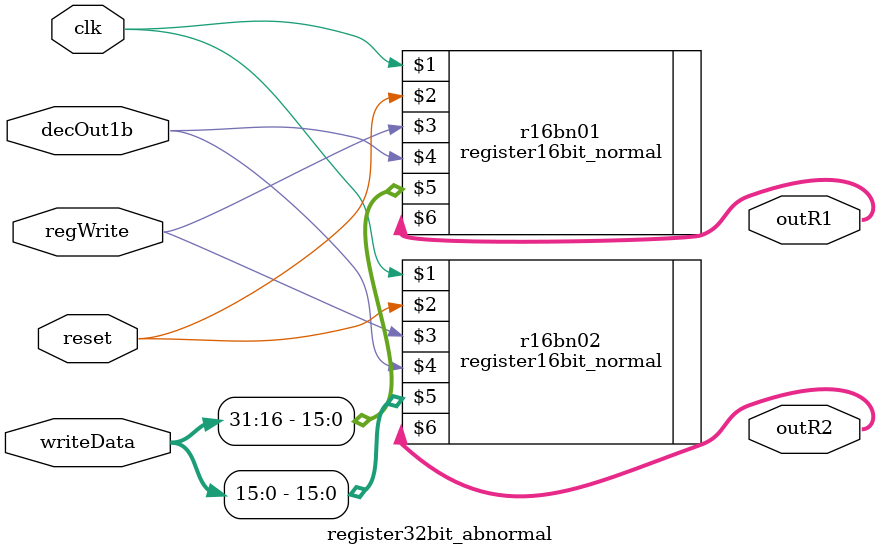
<source format=v>
module register32bit_abnormal( input clk, input reset, input regWrite, input decOut1b, input [31:0] writeData, output  [15:0] outR1, output [15:0] outR2 );
  //assuming inst1 is in MSW
  register16bit_normal r16bn01(clk, reset, regWrite,decOut1b, writeData[31:16], outR1);
  register16bit_normal r16bn02(clk, reset, regWrite, decOut1b, writeData[15:0], outR2 );
endmodule
</source>
